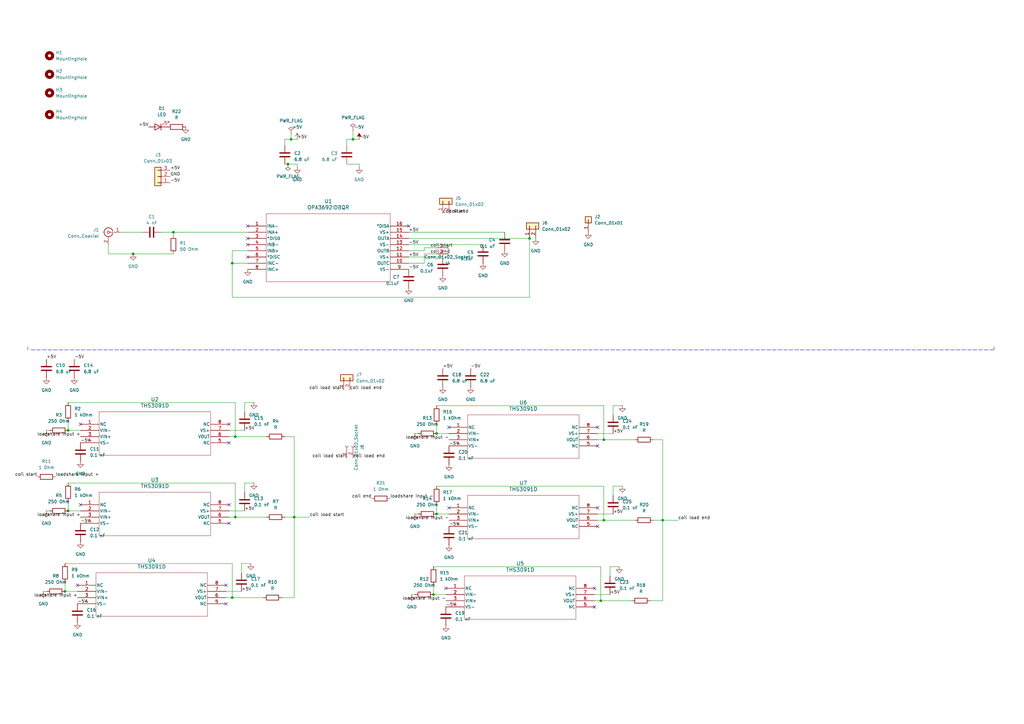
<source format=kicad_sch>
(kicad_sch (version 20231120) (generator "eeschema") (generator_version "8.0")
  (paper "A3")
  (lib_symbols
    (symbol "Conn_Coaxial_1" (pin_names (offset 1.016) hide)
      (property "Reference" "J" (at 0.254 3.048 0))
      (property "Value" "Conn_Coaxial" (at 2.921 0 90))
      (symbol "Conn_Coaxial_1_0_1"
        (arc (start -1.778 -0.508) (mid 0.2311 -1.8066) (end 1.778 0) (stroke (width 0.254)))
        (polyline (pts (xy -2.54 0) (xy -0.508 0)))
        (polyline (pts (xy 0 -2.54) (xy 0 -1.778)))
        (circle (center 0 0) (radius 0.508) (stroke (width 0.2032)))
        (arc (start 1.778 0) (mid 0.2099 1.8101) (end -1.778 0.508) (stroke (width 0.254)))
      )
      (symbol "Conn_Coaxial_1_1_1"
        (pin passive line (at -5.08 0 0) (length 2.54) (name "In") (number "1"))
        (pin passive line (at 0 -5.08 90) (length 2.54) (name "Ext") (number "2"))
      )
    )
    (symbol "Connector:Conn_01x02_Socket" (pin_names (offset 1.016) hide)
      (property "Reference" "J" (at 0 2.54 0))
      (property "Value" "Conn_01x02_Socket" (at 0 -5.08 0))
      (symbol "Conn_01x02_Socket_1_1"
        (arc (start 0 -2.032) (mid -0.5058 -2.54) (end 0 -3.048) (stroke (width 0.1524)))
        (polyline (pts (xy -1.27 -2.54) (xy -0.508 -2.54)) (stroke (width 0.1524)))
        (polyline (pts (xy -1.27 0) (xy -0.508 0)) (stroke (width 0.1524)))
        (arc (start 0 0.508) (mid -0.5058 0) (end 0 -0.508) (stroke (width 0.1524)))
        (pin passive line (at -5.08 0 0) (length 3.81) (name "Pin_1") (number "1"))
        (pin passive line (at -5.08 -2.54 0) (length 3.81) (name "Pin_2") (number "2"))
      )
    )
    (symbol "Connector_Generic:Conn_01x01" (pin_names (offset 1.016) hide)
      (property "Reference" "J" (at 0 2.54 0))
      (property "Value" "Conn_01x01" (at 0 -2.54 0))
      (symbol "Conn_01x01_1_1"
        (rectangle (start -1.27 0.127) (end 0 -0.127) (stroke (width 0.1524)))
        (rectangle (start -1.27 1.27) (end 1.27 -1.27) (stroke (width 0.254)) (fill (type background)))
        (pin passive line (at -5.08 0 0) (length 3.81) (name "Pin_1") (number "1"))
      )
    )
    (symbol "Connector_Generic:Conn_01x02" (pin_names (offset 1.016) hide)
      (property "Reference" "J" (at 0 2.54 0))
      (property "Value" "Conn_01x02" (at 0 -5.08 0))
      (symbol "Conn_01x02_1_1"
        (rectangle (start -1.27 -2.413) (end 0 -2.667) (stroke (width 0.1524)))
        (rectangle (start -1.27 0.127) (end 0 -0.127) (stroke (width 0.1524)))
        (rectangle (start -1.27 1.27) (end 1.27 -3.81) (stroke (width 0.254)) (fill (type background)))
        (pin passive line (at -5.08 0 0) (length 3.81) (name "Pin_1") (number "1"))
        (pin passive line (at -5.08 -2.54 0) (length 3.81) (name "Pin_2") (number "2"))
      )
    )
    (symbol "Connector_Generic:Conn_01x03" (pin_names (offset 1.016) hide)
      (property "Reference" "J" (at 0 5.08 0))
      (property "Value" "Conn_01x03" (at 0 -5.08 0))
      (symbol "Conn_01x03_1_1"
        (rectangle (start -1.27 -2.413) (end 0 -2.667) (stroke (width 0.1524)))
        (rectangle (start -1.27 0.127) (end 0 -0.127) (stroke (width 0.1524)))
        (rectangle (start -1.27 2.667) (end 0 2.413) (stroke (width 0.1524)))
        (rectangle (start -1.27 3.81) (end 1.27 -3.81) (stroke (width 0.254)) (fill (type background)))
        (pin passive line (at -5.08 2.54 0) (length 3.81) (name "Pin_1") (number "1"))
        (pin passive line (at -5.08 0 0) (length 3.81) (name "Pin_2") (number "2"))
        (pin passive line (at -5.08 -2.54 0) (length 3.81) (name "Pin_3") (number "3"))
      )
    )
    (symbol "Device:C" (pin_numbers hide) (pin_names (offset 0.254))
      (property "Reference" "C" (at 0.635 2.54 0))
      (property "Value" "C" (at 0.635 -2.54 0))
      (symbol "C_0_1"
        (polyline (pts (xy -2.032 -0.762) (xy 2.032 -0.762)) (stroke (width 0.508)))
        (polyline (pts (xy -2.032 0.762) (xy 2.032 0.762)) (stroke (width 0.508)))
      )
      (symbol "C_1_1"
        (pin passive line (at 0 3.81 270) (length 2.794) (name "~") (number "1"))
        (pin passive line (at 0 -3.81 90) (length 2.794) (name "~") (number "2"))
      )
    )
    (symbol "Device:LED" (pin_numbers hide) (pin_names (offset 1.016) hide)
      (property "Reference" "D" (at 0 2.54 0))
      (property "Value" "LED" (at 0 -2.54 0))
      (symbol "LED_0_1"
        (polyline (pts (xy -1.27 -1.27) (xy -1.27 1.27)) (stroke (width 0.254)))
        (polyline (pts (xy -1.27 0) (xy 1.27 0)))
        (polyline (pts (xy 1.27 -1.27) (xy 1.27 1.27) (xy -1.27 0) (xy 1.27 -1.27)) (stroke (width 0.254)))
        (polyline (pts (xy -3.048 -0.762) (xy -4.572 -2.286) (xy -3.81 -2.286) (xy -4.572 -2.286) (xy -4.572 -1.524)))
        (polyline (pts (xy -1.778 -0.762) (xy -3.302 -2.286) (xy -2.54 -2.286) (xy -3.302 -2.286) (xy -3.302 -1.524)))
      )
      (symbol "LED_1_1"
        (pin passive line (at -3.81 0 0) (length 2.54) (name "K") (number "1"))
        (pin passive line (at 3.81 0 180) (length 2.54) (name "A") (number "2"))
      )
    )
    (symbol "Device:R" (pin_numbers hide) (pin_names (offset 0))
      (property "Reference" "R" (at 2.032 0 90))
      (property "Value" "R" (at 0 0 90))
      (symbol "R_0_1"
        (rectangle (start -1.016 -2.54) (end 1.016 2.54) (stroke (width 0.254)))
      )
      (symbol "R_1_1"
        (pin passive line (at 0 3.81 270) (length 1.27) (name "~") (number "1"))
        (pin passive line (at 0 -3.81 90) (length 1.27) (name "~") (number "2"))
      )
    )
    (symbol "GND_1" (power) (pin_numbers hide) (pin_names (offset 0) hide)
      (property "Value" "GND" (at 0 -3.81 0))
      (symbol "GND_1_0_1"
        (polyline (pts (xy 0 0) (xy 0 -1.27) (xy 1.27 -1.27) (xy 0 -2.54) (xy -1.27 -1.27) (xy 0 -1.27)))
      )
      (symbol "GND_1_1_1"
        (pin power_in line (at 0 0 270) (length 0) (name "~") (number "1"))
      )
    )
    (symbol "Lactate:OPA3692IDBQR" (pin_names (offset 0.254))
      (property "Reference" "U" (at 33.02 10.16 0))
      (property "Value" "OPA3692IDBQR" (at 33.02 7.62 0))
      (symbol "OPA3692IDBQR_0_1"
        (polyline (pts (xy 7.62 -22.86) (xy 58.42 -22.86)) (stroke (width 0.127)))
        (polyline (pts (xy 7.62 5.08) (xy 7.62 -22.86)) (stroke (width 0.127)))
        (polyline (pts (xy 58.42 -22.86) (xy 58.42 5.08)) (stroke (width 0.127)))
        (polyline (pts (xy 58.42 5.08) (xy 7.62 5.08)) (stroke (width 0.127)))
        (pin input line (at 0 0 0) (length 7.62) (name "INA-") (number "1"))
        (pin output line (at 66.04 -15.24 180) (length 7.62) (name "OUTC") (number "10"))
        (pin power_in line (at 66.04 -12.7 180) (length 7.62) (name "VS+") (number "11"))
        (pin output line (at 66.04 -10.16 180) (length 7.62) (name "OUTB") (number "12"))
        (pin power_in line (at 66.04 -7.62 180) (length 7.62) (name "VS-") (number "13"))
        (pin output line (at 66.04 -5.08 180) (length 7.62) (name "OUTA") (number "14"))
        (pin power_in line (at 66.04 -2.54 180) (length 7.62) (name "VS+") (number "15"))
        (pin unspecified line (at 66.04 0 180) (length 7.62) (name "*DISA") (number "16"))
        (pin input line (at 0 -2.54 0) (length 7.62) (name "INA+") (number "2"))
        (pin unspecified line (at 0 -5.08 0) (length 7.62) (name "*DISB") (number "3"))
        (pin input line (at 0 -7.62 0) (length 7.62) (name "INB-") (number "4"))
        (pin input line (at 0 -10.16 0) (length 7.62) (name "INB+") (number "5"))
        (pin unspecified line (at 0 -12.7 0) (length 7.62) (name "*DISC") (number "6"))
        (pin input line (at 0 -15.24 0) (length 7.62) (name "INC-") (number "7"))
        (pin input line (at 0 -17.78 0) (length 7.62) (name "INC+") (number "8"))
        (pin power_in line (at 66.04 -17.78 180) (length 7.62) (name "VS-") (number "9"))
      )
    )
    (symbol "Mechanical:MountingHole" (pin_names (offset 1.016)) (exclude_from_sim yes) (in_bom no)
      (property "Reference" "H" (at 0 5.08 0))
      (property "Value" "MountingHole" (at 0 3.175 0))
      (symbol "MountingHole_0_1"
        (circle (center 0 0) (radius 1.27) (stroke (width 1.27)))
      )
    )
    (symbol "PWR_FLAG_1" (power) (pin_numbers hide) (pin_names (offset 0) hide)
      (property "Value" "PWR_FLAG" (at 0 3.81 0))
      (symbol "PWR_FLAG_1_0_0"
        (pin power_out line (at 0 0 90) (length 0) (name "~") (number "1"))
      )
      (symbol "PWR_FLAG_1_0_1"
        (polyline (pts (xy 0 0) (xy 0 1.27) (xy -1.016 1.905) (xy 0 2.54) (xy 1.016 1.905) (xy 0 1.27)))
      )
    )
    (symbol "THS3091:THS3091D" (pin_names (offset 0.254))
      (property "Reference" "U" (at 30.48 10.16 0))
      (property "Value" "THS3091D" (at 30.48 7.62 0))
      (symbol "THS3091D_0_1"
        (polyline (pts (xy 7.62 -12.7) (xy 53.34 -12.7)) (stroke (width 0.127)))
        (polyline (pts (xy 7.62 5.08) (xy 7.62 -12.7)) (stroke (width 0.127)))
        (polyline (pts (xy 53.34 -12.7) (xy 53.34 5.08)) (stroke (width 0.127)))
        (polyline (pts (xy 53.34 5.08) (xy 7.62 5.08)) (stroke (width 0.127)))
        (pin unspecified line (at 0 0 0) (length 7.62) (name "NC") (number "1"))
        (pin input line (at 0 -2.54 0) (length 7.62) (name "VIN-") (number "2"))
        (pin input line (at 0 -5.08 0) (length 7.62) (name "VIN+") (number "3"))
        (pin power_in line (at 0 -7.62 0) (length 7.62) (name "VS-") (number "4"))
        (pin unspecified line (at 60.96 -7.62 180) (length 7.62) (name "NC") (number "5"))
        (pin output line (at 60.96 -5.08 180) (length 7.62) (name "VOUT") (number "6"))
        (pin power_in line (at 60.96 -2.54 180) (length 7.62) (name "VS+") (number "7"))
        (pin unspecified line (at 60.96 0 180) (length 7.62) (name "NC") (number "8"))
      )
    )
    (symbol "power:+5V" (power) (pin_numbers hide) (pin_names (offset 0) hide)
      (property "Value" "+5V" (at 0 3.556 0))
      (symbol "+5V_0_1"
        (polyline (pts (xy -0.762 1.27) (xy 0 2.54)))
        (polyline (pts (xy 0 0) (xy 0 2.54)))
        (polyline (pts (xy 0 2.54) (xy 0.762 1.27)))
      )
      (symbol "+5V_1_1"
        (pin power_in line (at 0 0 90) (length 0) (name "~") (number "1"))
      )
    )
    (symbol "power:-5V" (power) (pin_numbers hide) (pin_names (offset 0) hide)
      (property "Value" "-5V" (at 0 3.556 0))
      (symbol "-5V_0_0"
        (pin power_in line (at 0 0 90) (length 0) (name "~") (number "1"))
      )
      (symbol "-5V_0_1"
        (polyline (pts (xy 0 0) (xy 0 1.27) (xy 0.762 1.27) (xy 0 2.54) (xy -0.762 1.27) (xy 0 1.27)) (fill (type outline)))
      )
    )
  )
  (junction (at 247.65 180.34))
  (junction (at 119.38 57.15))
  (junction (at 71.12 95.25))
  (junction (at 27.94 176.53))
  (junction (at 120.65 212.09))
  (junction (at 217.17 97.79))
  (junction (at 118.11 67.31))
  (junction (at 247.65 213.36))
  (junction (at 144.78 57.15))
  (junction (at 179.07 210.82))
  (junction (at 177.8 243.84))
  (junction (at 96.52 212.09))
  (junction (at 246.38 246.38))
  (junction (at 179.07 177.8))
  (junction (at 54.61 104.14))
  (junction (at 271.78 213.36))
  (junction (at 27.94 209.55))
  (junction (at 95.25 245.11))
  (junction (at 95.25 107.95))
  (junction (at 96.52 179.07))
  (junction (at 26.67 242.57))
  (no_connect (at 101.6 100.33))
  (no_connect (at 33.02 173.99))
  (no_connect (at 184.15 175.26))
  (no_connect (at 184.15 208.28))
  (no_connect (at 33.02 207.01))
  (no_connect (at 243.84 248.92))
  (no_connect (at 167.64 92.71))
  (no_connect (at 92.71 247.65))
  (no_connect (at 245.11 208.28))
  (no_connect (at 93.98 207.01))
  (no_connect (at 101.6 105.41))
  (no_connect (at 93.98 181.61))
  (no_connect (at 93.98 173.99))
  (no_connect (at 92.71 240.03))
  (no_connect (at 101.6 97.79))
  (no_connect (at 182.88 241.3))
  (no_connect (at 245.11 175.26))
  (no_connect (at 93.98 214.63))
  (no_connect (at 245.11 182.88))
  (no_connect (at 245.11 215.9))
  (no_connect (at 31.75 240.03))
  (no_connect (at 243.84 241.3))
  (no_connect (at 101.6 92.71))
  (polyline (pts (xy 11.43 142.24) (xy 11.43 143.51)))
  (wire (pts (xy 96.52 212.09) (xy 96.52 198.12)))
  (wire (pts (xy 27.94 176.53) (xy 27.94 172.72)))
  (wire (pts (xy 100.33 198.12) (xy 104.14 198.12)))
  (wire (pts (xy 179.07 210.82) (xy 179.07 207.01)))
  (wire (pts (xy 96.52 179.07) (xy 96.52 165.1)))
  (wire (pts (xy 109.22 212.09) (xy 96.52 212.09)))
  (wire (pts (xy 167.64 97.79) (xy 217.17 97.79)))
  (wire (pts (xy 217.17 121.92) (xy 95.25 121.92)))
  (wire (pts (xy 27.94 209.55) (xy 27.94 205.74)))
  (wire (pts (xy 179.07 199.39) (xy 247.65 199.39)))
  (wire (pts (xy 115.57 245.11) (xy 120.65 245.11)))
  (wire (pts (xy 107.95 245.11) (xy 95.25 245.11)))
  (wire (pts (xy 27.94 198.12) (xy 96.52 198.12)))
  (wire (pts (xy 49.53 95.25) (xy 58.42 95.25)))
  (wire (pts (xy 271.78 213.36) (xy 278.13 213.36)))
  (wire (pts (xy 120.65 179.07) (xy 120.65 212.09)))
  (wire (pts (xy 266.7 246.38) (xy 271.78 246.38)))
  (wire (pts (xy 167.64 105.41) (xy 181.61 105.41)))
  (wire (pts (xy 170.18 177.8) (xy 171.45 177.8)))
  (wire (pts (xy 99.06 234.95) (xy 99.06 231.14)))
  (wire (pts (xy 173.99 101.6) (xy 179.07 101.6)))
  (wire (pts (xy 119.38 54.61) (xy 119.38 57.15)))
  (wire (pts (xy 243.84 243.84) (xy 250.19 243.84)))
  (wire (pts (xy 173.99 102.87) (xy 173.99 101.6)))
  (wire (pts (xy 120.65 212.09) (xy 116.84 212.09)))
  (wire (pts (xy 251.46 203.2) (xy 251.46 199.39)))
  (wire (pts (xy 251.46 166.37) (xy 255.27 166.37)))
  (wire (pts (xy 100.33 165.1) (xy 104.14 165.1)))
  (wire (pts (xy 99.06 231.14) (xy 102.87 231.14)))
  (wire (pts (xy 217.17 97.79) (xy 217.17 121.92)))
  (wire (pts (xy 179.07 166.37) (xy 247.65 166.37)))
  (wire (pts (xy 167.64 107.95) (xy 173.99 107.95)))
  (wire (pts (xy 95.25 107.95) (xy 101.6 107.95)))
  (wire (pts (xy 116.84 67.31) (xy 118.11 67.31)))
  (wire (pts (xy 100.33 168.91) (xy 100.33 165.1)))
  (wire (pts (xy 27.94 165.1) (xy 96.52 165.1)))
  (wire (pts (xy 92.71 242.57) (xy 99.06 242.57)))
  (wire (pts (xy 93.98 176.53) (xy 100.33 176.53)))
  (wire (pts (xy 179.07 104.14) (xy 173.99 104.14)))
  (wire (pts (xy 116.84 59.69) (xy 116.84 57.15)))
  (wire (pts (xy 247.65 180.34) (xy 247.65 166.37)))
  (wire (pts (xy 177.8 232.41) (xy 246.38 232.41)))
  (wire (pts (xy 95.25 107.95) (xy 95.25 102.87)))
  (wire (pts (xy 251.46 199.39) (xy 255.27 199.39)))
  (wire (pts (xy 170.18 210.82) (xy 171.45 210.82)))
  (wire (pts (xy 142.24 67.31) (xy 147.32 67.31)))
  (wire (pts (xy 245.11 180.34) (xy 247.65 180.34)))
  (wire (pts (xy 167.64 102.87) (xy 173.99 102.87)))
  (wire (pts (xy 245.11 210.82) (xy 251.46 210.82)))
  (wire (pts (xy 93.98 212.09) (xy 96.52 212.09)))
  (wire (pts (xy 167.64 95.25) (xy 207.01 95.25)))
  (wire (pts (xy 95.25 121.92) (xy 95.25 107.95)))
  (wire (pts (xy 271.78 180.34) (xy 271.78 213.36)))
  (wire (pts (xy 118.11 67.31) (xy 121.92 67.31)))
  (wire (pts (xy 120.65 245.11) (xy 120.65 212.09)))
  (wire (pts (xy 260.35 180.34) (xy 247.65 180.34)))
  (wire (pts (xy 71.12 95.25) (xy 101.6 95.25)))
  (wire (pts (xy 245.11 177.8) (xy 251.46 177.8)))
  (wire (pts (xy 245.11 213.36) (xy 247.65 213.36)))
  (wire (pts (xy 271.78 213.36) (xy 267.97 213.36)))
  (wire (pts (xy 246.38 246.38) (xy 246.38 232.41)))
  (wire (pts (xy 95.25 245.11) (xy 95.25 231.14)))
  (wire (pts (xy 116.84 57.15) (xy 119.38 57.15)))
  (wire (pts (xy 260.35 213.36) (xy 247.65 213.36)))
  (wire (pts (xy 120.65 212.09) (xy 127 212.09)))
  (polyline (pts (xy 12.7 143.51) (xy 407.67 143.51)) (stroke (width 0) (type dash)))
  (wire (pts (xy 71.12 95.25) (xy 71.12 96.52)))
  (wire (pts (xy 147.32 67.31) (xy 147.32 68.58)))
  (wire (pts (xy 44.45 104.14) (xy 44.45 100.33)))
  (wire (pts (xy 250.19 232.41) (xy 254 232.41)))
  (wire (pts (xy 177.8 243.84) (xy 177.8 240.03)))
  (wire (pts (xy 179.07 177.8) (xy 179.07 173.99)))
  (wire (pts (xy 19.05 176.53) (xy 20.32 176.53)))
  (wire (pts (xy 93.98 209.55) (xy 100.33 209.55)))
  (polyline (pts (xy 407.67 142.24) (xy 407.67 143.51)))
  (wire (pts (xy 26.67 242.57) (xy 26.67 238.76)))
  (wire (pts (xy 144.78 53.34) (xy 144.78 57.15)))
  (wire (pts (xy 250.19 236.22) (xy 250.19 232.41)))
  (wire (pts (xy 31.75 242.57) (xy 26.67 242.57)))
  (wire (pts (xy 267.97 180.34) (xy 271.78 180.34)))
  (wire (pts (xy 109.22 179.07) (xy 96.52 179.07)))
  (wire (pts (xy 33.02 209.55) (xy 27.94 209.55)))
  (wire (pts (xy 142.24 57.15) (xy 144.78 57.15)))
  (wire (pts (xy 44.45 104.14) (xy 54.61 104.14)))
  (wire (pts (xy 144.78 57.15) (xy 147.32 57.15)))
  (wire (pts (xy 184.15 210.82) (xy 179.07 210.82)))
  (wire (pts (xy 167.64 100.33) (xy 198.12 100.33)))
  (wire (pts (xy 33.02 176.53) (xy 27.94 176.53)))
  (wire (pts (xy 243.84 246.38) (xy 246.38 246.38)))
  (wire (pts (xy 121.92 68.58) (xy 121.92 67.31)))
  (wire (pts (xy 66.04 95.25) (xy 71.12 95.25)))
  (wire (pts (xy 247.65 213.36) (xy 247.65 199.39)))
  (wire (pts (xy 251.46 170.18) (xy 251.46 166.37)))
  (wire (pts (xy 26.67 231.14) (xy 95.25 231.14)))
  (wire (pts (xy 184.15 177.8) (xy 179.07 177.8)))
  (wire (pts (xy 17.78 242.57) (xy 19.05 242.57)))
  (wire (pts (xy 259.08 246.38) (xy 246.38 246.38)))
  (wire (pts (xy 182.88 243.84) (xy 177.8 243.84)))
  (wire (pts (xy 173.99 104.14) (xy 173.99 107.95)))
  (wire (pts (xy 271.78 246.38) (xy 271.78 213.36)))
  (wire (pts (xy 142.24 59.69) (xy 142.24 57.15)))
  (wire (pts (xy 119.38 57.15) (xy 121.92 57.15)))
  (wire (pts (xy 54.61 104.14) (xy 71.12 104.14)))
  (wire (pts (xy 95.25 102.87) (xy 101.6 102.87)))
  (wire (pts (xy 100.33 201.93) (xy 100.33 198.12)))
  (wire (pts (xy 168.91 243.84) (xy 170.18 243.84)))
  (wire (pts (xy 19.05 209.55) (xy 20.32 209.55)))
  (wire (pts (xy 92.71 245.11) (xy 95.25 245.11)))
  (wire (pts (xy 116.84 179.07) (xy 120.65 179.07)))
  (wire (pts (xy 93.98 179.07) (xy 96.52 179.07)))
  (label "coil load end" (at 144.78 187.96 0))
  (label "-5V" (at 69.85 74.93 0))
  (label "-5V" (at 147.32 57.15 0))
  (label "-5V" (at 184.15 182.88 0))
  (label "loadshare input -" (at 184.15 180.34 180))
  (label "-5V" (at 33.02 181.61 0))
  (label "coil end" (at 184.15 87.63 0))
  (label "-5V" (at 167.64 100.33 0))
  (label "coil start" (at 15.24 195.58 180))
  (label "coil load end" (at 278.13 213.36 0))
  (label "+5V" (at 99.06 242.57 0))
  (label "loadshare input +" (at 31.75 245.11 180))
  (label "+5V" (at 100.33 176.53 0))
  (label "coil load start" (at 142.24 187.96 180))
  (label "coil end" (at 176.53 104.14 0))
  (label "coil start" (at 176.53 101.6 0))
  (label "-5V" (at 193.04 151.13 0))
  (label "+5V" (at 60.96 52.07 180))
  (label "coil load start" (at 127 212.09 0))
  (label "GND" (at 69.85 72.39 0))
  (label "+5V" (at 121.92 57.15 0))
  (label "-5V" (at 33.02 214.63 0))
  (label "+5V" (at 251.46 210.82 0))
  (label "coil load start" (at 140.97 160.02 180))
  (label "-5V" (at 182.88 248.92 0))
  (label "-5V" (at 31.75 247.65 0))
  (label "loadshare input -" (at 160.02 204.47 0))
  (label "loadshare input +" (at 33.02 212.09 180))
  (label "coil end" (at 152.4 204.47 180))
  (label "+5V" (at 250.19 243.84 0))
  (label "+5V" (at 19.05 147.32 0))
  (label "coil start" (at 181.61 87.63 0))
  (label "-5V" (at 184.15 215.9 0))
  (label "+5V" (at 100.33 209.55 0))
  (label "coil load end" (at 143.51 160.02 0))
  (label "+5V" (at 251.46 177.8 0))
  (label "loadshare input -" (at 182.88 246.38 180))
  (label "+5V" (at 167.64 95.25 0))
  (label "+5V" (at 181.61 151.13 0))
  (label "loadshare input -" (at 184.15 213.36 180))
  (label "-5V" (at 30.48 147.32 0))
  (label "loadshare input +" (at 22.86 195.58 0))
  (label "-5V" (at 167.64 110.49 0))
  (label "+5V" (at 167.64 105.41 0))
  (label "+5V" (at 69.85 69.85 0))
  (label "loadshare input +" (at 33.02 179.07 180))
  (symbol (lib_id "Device:R") (at 156.21 204.47 90) (unit 1)
    (property "Reference" "R21" (at 156.21 198.12 90))
    (property "Value" "1 Ohm" (at 156.21 200.66 90))
    (property "Footprint" "Resistor_SMD:R_0805_2012Metric_Pad1.20x1.40mm_HandSolder" (effects (hide yes)))
    (property "Description" "Resistor" (effects (hide yes)))
  )
  (symbol (lib_id "Device:R") (at 27.94 168.91 0) (unit 1)
    (property "Reference" "R2" (at 30.48 167.6399 0) (effects (justify left)))
    (property "Value" "1 kOhm" (at 30.48 170.1799 0) (effects (justify left)))
    (property "Footprint" "Resistor_SMD:R_0805_2012Metric_Pad1.20x1.40mm_HandSolder" (effects (hide yes)))
    (property "Description" "Resistor" (effects (hide yes)))
  )
  (symbol (lib_id "Device:R") (at 262.89 246.38 90) (unit 1)
    (property "Reference" "R18" (at 262.89 240.03 90))
    (property "Value" "R" (at 262.89 242.57 90))
    (property "Footprint" "Resistor_SMD:R_0805_2012Metric_Pad1.20x1.40mm_HandSolder" (effects (hide yes)))
    (property "Description" "Resistor" (effects (hide yes)))
  )
  (symbol (lib_name "GND_1") (lib_id "power:GND") (at 254 232.41 0) (unit 1)
    (property "Reference" "#PWR031" (effects (hide yes)))
    (property "Value" "GND" (at 254 237.49 0))
    (property "Description" "Power symbol creates a global label with name \"GND\" , ground" (effects (hide yes)))
  )
  (symbol (lib_id "Device:R") (at 173.99 243.84 90) (unit 1)
    (property "Reference" "R12" (at 173.99 237.49 90))
    (property "Value" "250 Ohm" (at 173.99 240.03 90))
    (property "Footprint" "Resistor_SMD:R_0805_2012Metric_Pad1.20x1.40mm_HandSolder" (effects (hide yes)))
    (property "Description" "Resistor" (effects (hide yes)))
  )
  (symbol (lib_name "GND_1") (lib_id "power:GND") (at 104.14 198.12 0) (unit 1)
    (property "Reference" "#PWR018" (effects (hide yes)))
    (property "Value" "GND" (at 104.14 203.2 0))
    (property "Description" "Power symbol creates a global label with name \"GND\" , ground" (effects (hide yes)))
  )
  (symbol (lib_id "Connector:Conn_01x02_Socket") (at 184.15 101.6 0) (unit 1)
    (property "Reference" "J4" (at 183.515 107.95 0))
    (property "Value" "Conn_01x02_Socket" (at 183.515 105.41 0))
    (property "Footprint" "Connector_PinSocket_2.54mm:PinSocket_1x02_P2.54mm_Vertical" (effects (hide yes)))
  )
  (symbol (lib_id "Device:C") (at 251.46 173.99 0) (unit 1)
    (property "Reference" "C24" (at 255.27 172.7199 0) (effects (justify left)))
    (property "Value" "0.1 nF" (at 255.27 175.2599 0) (effects (justify left)))
    (property "Footprint" "Capacitor_SMD:C_0805_2012Metric_Pad1.18x1.45mm_HandSolder" (effects (hide yes)))
    (property "Description" "Unpolarized capacitor" (effects (hide yes)))
  )
  (symbol (lib_id "Mechanical:MountingHole") (at 20.32 46.99 0) (unit 1) (exclude_from_sim yes) (in_bom no)
    (property "Reference" "H4" (at 22.86 45.7199 0) (effects (justify left)))
    (property "Value" "MountingHole" (at 22.86 48.2599 0) (effects (justify left)))
    (property "Footprint" "MountingHole:MountingHole_3.2mm_M3_Pad" (effects (hide yes)))
    (property "Description" "Mounting Hole without connection" (effects (hide yes)))
  )
  (symbol (lib_name "GND_1") (lib_id "power:GND") (at 54.61 104.14 0) (unit 1)
    (property "Reference" "#PWR011" (effects (hide yes)))
    (property "Value" "GND" (at 54.61 109.22 0))
    (property "Description" "Power symbol creates a global label with name \"GND\" , ground" (effects (hide yes)))
  )
  (symbol (lib_id "power:+5V") (at 121.92 57.15 0) (unit 1)
    (property "Reference" "#PWR03" (effects (hide yes)))
    (property "Value" "+5V" (at 121.92 52.07 0))
    (property "Description" "Power symbol creates a global label with name \"+5V\"" (effects (hide yes)))
  )
  (symbol (lib_id "Connector_Generic:Conn_01x01") (at 241.3 90.17 90) (unit 1)
    (property "Reference" "J2" (at 243.84 88.8999 90) (effects (justify right)))
    (property "Value" "Conn_01x01" (at 243.84 91.4399 90) (effects (justify right)))
    (property "Footprint" "Connector_PinHeader_2.54mm:PinHeader_1x01_P2.54mm_Vertical" (effects (hide yes)))
    (property "Description" "Generic connector, single row, 01x01, script generated (kicad-library-utils/schlib/autogen/connector/)" (effects (hide yes)))
  )
  (symbol (lib_id "Device:C") (at 182.88 252.73 0) (unit 1)
    (property "Reference" "C19" (at 186.69 251.4599 0) (effects (justify left)))
    (property "Value" "0.1 nF" (at 186.69 253.9999 0) (effects (justify left)))
    (property "Footprint" "Capacitor_SMD:C_0805_2012Metric_Pad1.18x1.45mm_HandSolder" (effects (hide yes)))
    (property "Description" "Unpolarized capacitor" (effects (hide yes)))
  )
  (symbol (lib_id "Device:C") (at 33.02 218.44 0) (unit 1)
    (property "Reference" "C12" (at 36.83 217.1699 0) (effects (justify left)))
    (property "Value" "0.1 nF" (at 36.83 219.7099 0) (effects (justify left)))
    (property "Footprint" "Capacitor_SMD:C_0805_2012Metric_Pad1.18x1.45mm_HandSolder" (effects (hide yes)))
    (property "Description" "Unpolarized capacitor" (effects (hide yes)))
  )
  (symbol (lib_id "Device:R") (at 27.94 201.93 0) (unit 1)
    (property "Reference" "R6" (at 30.48 200.6599 0) (effects (justify left)))
    (property "Value" "1 kOhm" (at 30.48 203.1999 0) (effects (justify left)))
    (property "Footprint" "Resistor_SMD:R_0805_2012Metric_Pad1.20x1.40mm_HandSolder" (effects (hide yes)))
    (property "Description" "Resistor" (effects (hide yes)))
  )
  (symbol (lib_id "Device:C") (at 167.64 114.3 0) (mirror x) (unit 1)
    (property "Reference" "C7" (at 163.83 113.665 0) (effects (justify right)))
    (property "Value" "0.1uF" (at 163.83 116.205 0) (effects (justify right)))
    (property "Footprint" "Capacitor_SMD:C_0805_2012Metric_Pad1.18x1.45mm_HandSolder" (effects (hide yes)))
  )
  (symbol (lib_id "Device:C") (at 142.24 63.5 0) (mirror x) (unit 1)
    (property "Reference" "C3" (at 138.43 62.865 0) (effects (justify right)))
    (property "Value" "6.8 uF" (at 138.43 65.405 0) (effects (justify right)))
    (property "Footprint" "Capacitor_SMD:C_0805_2012Metric_Pad1.18x1.45mm_HandSolder" (effects (hide yes)))
  )
  (symbol (lib_id "Connector:Conn_01x02_Socket") (at 142.24 182.88 90) (unit 1)
    (property "Reference" "J8" (at 148.59 183.515 0))
    (property "Value" "Conn_01x02_Socket" (at 146.05 183.515 0))
    (property "Footprint" "Connector_PinSocket_2.54mm:PinSocket_1x02_P2.54mm_Vertical" (effects (hide yes)))
  )
  (symbol (lib_name "GND_1") (lib_id "power:GND") (at 101.6 110.49 0) (unit 1)
    (property "Reference" "#PWR01" (effects (hide yes)))
    (property "Value" "GND" (at 101.6 115.57 0))
    (property "Description" "Power symbol creates a global label with name \"GND\" , ground" (effects (hide yes)))
  )
  (symbol (lib_name "GND_1") (lib_id "power:GND") (at 168.91 243.84 0) (unit 1)
    (property "Reference" "#PWR025" (effects (hide yes)))
    (property "Value" "GND" (at 168.91 248.92 0))
    (property "Description" "Power symbol creates a global label with name \"GND\" , ground" (effects (hide yes)))
  )
  (symbol (lib_id "THS3091:THS3091D") (at 33.02 207.01 0) (unit 1)
    (property "Reference" "U3" (at 63.5 196.85 0) (effects (font (size 1.524 1.524))))
    (property "Value" "THS3091D" (at 63.5 199.39 0) (effects (font (size 1.524 1.524))))
    (property "Footprint" "THS3091DDR:DDA8_2P28X2P28" (effects (hide yes)))
    (property "Datasheet" "THS3091D" (effects (hide yes)))
  )
  (symbol (lib_name "GND_1") (lib_id "power:GND") (at 182.88 256.54 0) (unit 1)
    (property "Reference" "#PWR028" (effects (hide yes)))
    (property "Value" "GND" (at 182.88 261.62 0))
    (property "Description" "Power symbol creates a global label with name \"GND\" , ground" (effects (hide yes)))
  )
  (symbol (lib_name "GND_1") (lib_id "power:GND") (at 147.32 68.58 0) (unit 1)
    (property "Reference" "#PWR06" (effects (hide yes)))
    (property "Value" "GND" (at 147.32 73.66 0))
    (property "Description" "Power symbol creates a global label with name \"GND\" , ground" (effects (hide yes)))
  )
  (symbol (lib_name "GND_1") (lib_id "power:GND") (at 170.18 177.8 0) (unit 1)
    (property "Reference" "#PWR026" (effects (hide yes)))
    (property "Value" "GND" (at 170.18 182.88 0))
    (property "Description" "Power symbol creates a global label with name \"GND\" , ground" (effects (hide yes)))
  )
  (symbol (lib_id "THS3091:THS3091D") (at 184.15 208.28 0) (unit 1)
    (property "Reference" "U7" (at 214.63 198.12 0) (effects (font (size 1.524 1.524))))
    (property "Value" "THS3091D" (at 214.63 200.66 0) (effects (font (size 1.524 1.524))))
    (property "Footprint" "THS3091DDR:DDA8_2P28X2P28" (effects (hide yes)))
    (property "Datasheet" "THS3091D" (effects (hide yes)))
  )
  (symbol (lib_id "Connector_Generic:Conn_01x02") (at 217.17 92.71 90) (unit 1)
    (property "Reference" "J6" (at 222.25 91.4399 90) (effects (justify right)))
    (property "Value" "Conn_01x02" (at 222.25 93.9799 90) (effects (justify right)))
    (property "Footprint" "Connector_PinHeader_2.54mm:PinHeader_1x02_P2.54mm_Vertical" (effects (hide yes)))
    (property "Description" "Generic connector, single row, 01x02, script generated (kicad-library-utils/schlib/autogen/connector/)" (effects (hide yes)))
  )
  (symbol (lib_id "Device:C") (at 31.75 251.46 0) (unit 1)
    (property "Reference" "C16" (at 35.56 250.1899 0) (effects (justify left)))
    (property "Value" "0.1 nF" (at 35.56 252.7299 0) (effects (justify left)))
    (property "Footprint" "Capacitor_SMD:C_0805_2012Metric_Pad1.18x1.45mm_HandSolder" (effects (hide yes)))
    (property "Description" "Unpolarized capacitor" (effects (hide yes)))
  )
  (symbol (lib_id "Device:R") (at 22.86 242.57 90) (unit 1)
    (property "Reference" "R8" (at 22.86 236.22 90))
    (property "Value" "250 Ohm" (at 22.86 238.76 90))
    (property "Footprint" "Resistor_SMD:R_0805_2012Metric_Pad1.20x1.40mm_HandSolder" (effects (hide yes)))
    (property "Description" "Resistor" (effects (hide yes)))
  )
  (symbol (lib_id "Device:R") (at 19.05 195.58 90) (unit 1)
    (property "Reference" "R11" (at 19.05 189.23 90))
    (property "Value" "1 Ohm" (at 19.05 191.77 90))
    (property "Footprint" "Resistor_SMD:R_0805_2012Metric_Pad1.20x1.40mm_HandSolder" (effects (hide yes)))
    (property "Description" "Resistor" (effects (hide yes)))
  )
  (symbol (lib_id "Device:R") (at 111.76 245.11 90) (unit 1)
    (property "Reference" "R10" (at 111.76 238.76 90))
    (property "Value" "R" (at 111.76 241.3 90))
    (property "Footprint" "Resistor_SMD:R_0805_2012Metric_Pad1.20x1.40mm_HandSolder" (effects (hide yes)))
    (property "Description" "Resistor" (effects (hide yes)))
  )
  (symbol (lib_name "PWR_FLAG_1") (lib_id "power:PWR_FLAG") (at 119.38 54.61 0) (unit 1)
    (property "Reference" "#FLG01" (effects (hide yes)))
    (property "Value" "PWR_FLAG" (at 119.38 49.53 0))
    (property "Description" "Special symbol for telling ERC where power comes from" (effects (hide yes)))
  )
  (symbol (lib_id "Device:R") (at 71.12 100.33 0) (unit 1)
    (property "Reference" "R1" (at 73.66 99.695 0) (effects (justify left)))
    (property "Value" "50 Ohm" (at 73.66 102.235 0) (effects (justify left)))
    (property "Footprint" "Resistor_SMD:R_0805_2012Metric_Pad1.20x1.40mm_HandSolder" (effects (hide yes)))
  )
  (symbol (lib_id "Device:C") (at 62.23 95.25 90) (unit 1)
    (property "Reference" "C1" (at 62.23 88.9 90))
    (property "Value" "4 nF" (at 62.23 91.44 90))
    (property "Footprint" "Capacitor_SMD:C_0805_2012Metric_Pad1.18x1.45mm_HandSolder" (effects (hide yes)))
  )
  (symbol (lib_id "Device:C") (at 33.02 185.42 0) (unit 1)
    (property "Reference" "C11" (at 36.83 184.1499 0) (effects (justify left)))
    (property "Value" "0.1 nF" (at 36.83 186.6899 0) (effects (justify left)))
    (property "Footprint" "Capacitor_SMD:C_0805_2012Metric_Pad1.18x1.45mm_HandSolder" (effects (hide yes)))
    (property "Description" "Unpolarized capacitor" (effects (hide yes)))
  )
  (symbol (lib_name "GND_1") (lib_id "power:GND") (at 167.64 118.11 0) (unit 1)
    (property "Reference" "#PWR09" (effects (hide yes)))
    (property "Value" "GND" (at 167.64 123.19 0))
    (property "Description" "Power symbol creates a global label with name \"GND\" , ground" (effects (hide yes)))
  )
  (symbol (lib_id "Device:C") (at 181.61 109.22 0) (mirror x) (unit 1)
    (property "Reference" "C6" (at 177.8 108.585 0) (effects (justify right)))
    (property "Value" "0.1uF" (at 177.8 111.125 0) (effects (justify right)))
    (property "Footprint" "Capacitor_SMD:C_0805_2012Metric_Pad1.18x1.45mm_HandSolder" (effects (hide yes)))
  )
  (symbol (lib_id "Device:R") (at 264.16 180.34 90) (unit 1)
    (property "Reference" "R19" (at 264.16 173.99 90))
    (property "Value" "R" (at 264.16 176.53 90))
    (property "Footprint" "Resistor_SMD:R_0805_2012Metric_Pad1.20x1.40mm_HandSolder" (effects (hide yes)))
    (property "Description" "Resistor" (effects (hide yes)))
  )
  (symbol (lib_id "Connector_Generic:Conn_01x03") (at 64.77 72.39 180) (unit 1)
    (property "Reference" "J3" (at 64.77 63.5 0))
    (property "Value" "Conn_01x03" (at 64.77 66.04 0))
    (property "Footprint" "Connector_PinHeader_2.54mm:PinHeader_1x03_P2.54mm_Vertical" (effects (hide yes)))
    (property "Description" "Generic connector, single row, 01x03, script generated (kicad-library-utils/schlib/autogen/connector/)" (effects (hide yes)))
  )
  (symbol (lib_name "GND_1") (lib_id "power:GND") (at 181.61 158.75 0) (unit 1)
    (property "Reference" "#PWR020" (effects (hide yes)))
    (property "Value" "GND" (at 181.61 163.83 0))
    (property "Description" "Power symbol creates a global label with name \"GND\" , ground" (effects (hide yes)))
  )
  (symbol (lib_id "Device:C") (at 193.04 154.94 0) (unit 1)
    (property "Reference" "C22" (at 196.85 153.6699 0) (effects (justify left)))
    (property "Value" "6.8 uF" (at 196.85 156.2099 0) (effects (justify left)))
    (property "Footprint" "Capacitor_SMD:C_0805_2012Metric_Pad1.18x1.45mm_HandSolder" (effects (hide yes)))
    (property "Description" "Unpolarized capacitor" (effects (hide yes)))
  )
  (symbol (lib_id "Device:R") (at 179.07 203.2 0) (unit 1)
    (property "Reference" "R17" (at 181.61 201.9299 0) (effects (justify left)))
    (property "Value" "1 kOhm" (at 181.61 204.4699 0) (effects (justify left)))
    (property "Footprint" "Resistor_SMD:R_0805_2012Metric_Pad1.20x1.40mm_HandSolder" (effects (hide yes)))
    (property "Description" "Resistor" (effects (hide yes)))
  )
  (symbol (lib_id "Mechanical:MountingHole") (at 20.32 22.86 0) (unit 1) (exclude_from_sim yes) (in_bom no)
    (property "Reference" "H1" (at 22.86 21.5899 0) (effects (justify left)))
    (property "Value" "MountingHole" (at 22.86 24.1299 0) (effects (justify left)))
    (property "Footprint" "MountingHole:MountingHole_3.2mm_M3_Pad" (effects (hide yes)))
    (property "Description" "Mounting Hole without connection" (effects (hide yes)))
  )
  (symbol (lib_name "GND_1") (lib_id "power:GND") (at 33.02 189.23 0) (unit 1)
    (property "Reference" "#PWR012" (effects (hide yes)))
    (property "Value" "GND" (at 33.02 194.31 0))
    (property "Description" "Power symbol creates a global label with name \"GND\" , ground" (effects (hide yes)))
  )
  (symbol (lib_name "GND_1") (lib_id "power:GND") (at 255.27 199.39 0) (unit 1)
    (property "Reference" "#PWR033" (effects (hide yes)))
    (property "Value" "GND" (at 255.27 204.47 0))
    (property "Description" "Power symbol creates a global label with name \"GND\" , ground" (effects (hide yes)))
  )
  (symbol (lib_name "GND_1") (lib_id "power:GND") (at 76.2 52.07 0) (unit 1)
    (property "Reference" "#PWR035" (effects (hide yes)))
    (property "Value" "GND" (at 76.2 57.15 0))
    (property "Description" "Power symbol creates a global label with name \"GND\" , ground" (effects (hide yes)))
  )
  (symbol (lib_id "power:-5V") (at 147.32 57.15 0) (unit 1)
    (property "Reference" "#PWR05" (effects (hide yes)))
    (property "Value" "-5V" (at 147.32 52.07 0))
    (property "Description" "Power symbol creates a global label with name \"-5V\"" (effects (hide yes)))
  )
  (symbol (lib_name "GND_1") (lib_id "power:GND") (at 193.04 158.75 0) (unit 1)
    (property "Reference" "#PWR024" (effects (hide yes)))
    (property "Value" "GND" (at 193.04 163.83 0))
    (property "Description" "Power symbol creates a global label with name \"GND\" , ground" (effects (hide yes)))
  )
  (symbol (lib_name "GND_1") (lib_id "power:GND") (at 198.12 107.95 0) (unit 1)
    (property "Reference" "#PWR07" (effects (hide yes)))
    (property "Value" "GND" (at 198.12 113.03 0))
    (property "Description" "Power symbol creates a global label with name \"GND\" , ground" (effects (hide yes)))
  )
  (symbol (lib_name "GND_1") (lib_id "power:GND") (at 184.15 190.5 0) (unit 1)
    (property "Reference" "#PWR029" (effects (hide yes)))
    (property "Value" "GND" (at 184.15 195.58 0))
    (property "Description" "Power symbol creates a global label with name \"GND\" , ground" (effects (hide yes)))
  )
  (symbol (lib_id "Device:C") (at 100.33 172.72 0) (unit 1)
    (property "Reference" "C15" (at 104.14 171.4499 0) (effects (justify left)))
    (property "Value" "0.1 nF" (at 104.14 173.9899 0) (effects (justify left)))
    (property "Footprint" "Capacitor_SMD:C_0805_2012Metric_Pad1.18x1.45mm_HandSolder" (effects (hide yes)))
    (property "Description" "Unpolarized capacitor" (effects (hide yes)))
  )
  (symbol (lib_id "Device:R") (at 175.26 177.8 90) (unit 1)
    (property "Reference" "R13" (at 175.26 171.45 90))
    (property "Value" "250 Ohm" (at 175.26 173.99 90))
    (property "Footprint" "Resistor_SMD:R_0805_2012Metric_Pad1.20x1.40mm_HandSolder" (effects (hide yes)))
    (property "Description" "Resistor" (effects (hide yes)))
  )
  (symbol (lib_id "Device:R") (at 24.13 209.55 90) (unit 1)
    (property "Reference" "R5" (at 24.13 203.2 90))
    (property "Value" "250 Ohm" (at 24.13 205.74 90))
    (property "Footprint" "Resistor_SMD:R_0805_2012Metric_Pad1.20x1.40mm_HandSolder" (effects (hide yes)))
    (property "Description" "Resistor" (effects (hide yes)))
  )
  (symbol (lib_id "Connector_Generic:Conn_01x02") (at 140.97 154.94 90) (unit 1)
    (property "Reference" "J7" (at 146.05 153.6699 90) (effects (justify right)))
    (property "Value" "Conn_01x02" (at 146.05 156.2099 90) (effects (justify right)))
    (property "Footprint" "Connector_PinHeader_2.54mm:PinHeader_1x02_P2.54mm_Vertical" (effects (hide yes)))
    (property "Description" "Generic connector, single row, 01x02, script generated (kicad-library-utils/schlib/autogen/connector/)" (effects (hide yes)))
  )
  (symbol (lib_id "Device:C") (at 184.15 186.69 0) (unit 1)
    (property "Reference" "C20" (at 187.96 185.4199 0) (effects (justify left)))
    (property "Value" "0.1 nF" (at 187.96 187.9599 0) (effects (justify left)))
    (property "Footprint" "Capacitor_SMD:C_0805_2012Metric_Pad1.18x1.45mm_HandSolder" (effects (hide yes)))
    (property "Description" "Unpolarized capacitor" (effects (hide yes)))
  )
  (symbol (lib_name "GND_1") (lib_id "power:GND") (at 219.71 97.79 0) (unit 1)
    (property "Reference" "#PWR023" (effects (hide yes)))
    (property "Value" "GND" (at 219.71 102.87 0))
    (property "Description" "Power symbol creates a global label with name \"GND\" , ground" (effects (hide yes)))
  )
  (symbol (lib_id "Device:C") (at 30.48 151.13 0) (unit 1)
    (property "Reference" "C14" (at 34.29 149.8599 0) (effects (justify left)))
    (property "Value" "6.8 uF" (at 34.29 152.3999 0) (effects (justify left)))
    (property "Footprint" "Capacitor_SMD:C_0805_2012Metric_Pad1.18x1.45mm_HandSolder" (effects (hide yes)))
    (property "Description" "Unpolarized capacitor" (effects (hide yes)))
  )
  (symbol (lib_id "Device:R") (at 113.03 212.09 90) (unit 1)
    (property "Reference" "R7" (at 113.03 205.74 90))
    (property "Value" "R" (at 113.03 208.28 90))
    (property "Footprint" "Resistor_SMD:R_0805_2012Metric_Pad1.20x1.40mm_HandSolder" (effects (hide yes)))
    (property "Description" "Resistor" (effects (hide yes)))
  )
  (symbol (lib_id "Device:LED") (at 64.77 52.07 180) (unit 1)
    (property "Reference" "D1" (at 66.3575 44.45 0))
    (property "Value" "LED" (at 66.3575 46.99 0))
    (property "Footprint" "LED_SMD:LED_0805_2012Metric_Pad1.15x1.40mm_HandSolder" (effects (hide yes)))
    (property "Description" "Light emitting diode" (effects (hide yes)))
  )
  (symbol (lib_id "THS3091:THS3091D") (at 33.02 173.99 0) (unit 1)
    (property "Reference" "U2" (at 63.5 163.83 0) (effects (font (size 1.524 1.524))))
    (property "Value" "THS3091D" (at 63.5 166.37 0) (effects (font (size 1.524 1.524))))
    (property "Footprint" "THS3091DDR:DDA8_2P28X2P28" (effects (hide yes)))
    (property "Datasheet" "THS3091D" (effects (hide yes)))
  )
  (symbol (lib_name "GND_1") (lib_id "power:GND") (at 170.18 210.82 0) (unit 1)
    (property "Reference" "#PWR027" (effects (hide yes)))
    (property "Value" "GND" (at 170.18 215.9 0))
    (property "Description" "Power symbol creates a global label with name \"GND\" , ground" (effects (hide yes)))
  )
  (symbol (lib_id "THS3091:THS3091D") (at 31.75 240.03 0) (unit 1)
    (property "Reference" "U4" (at 62.23 229.87 0) (effects (font (size 1.524 1.524))))
    (property "Value" "THS3091D" (at 62.23 232.41 0) (effects (font (size 1.524 1.524))))
    (property "Footprint" "THS3091DDR:DDA8_2P28X2P28" (effects (hide yes)))
    (property "Datasheet" "THS3091D" (effects (hide yes)))
  )
  (symbol (lib_id "Device:C") (at 100.33 205.74 0) (unit 1)
    (property "Reference" "C13" (at 104.14 204.4699 0) (effects (justify left)))
    (property "Value" "0.1 nF" (at 104.14 207.0099 0) (effects (justify left)))
    (property "Footprint" "Capacitor_SMD:C_0805_2012Metric_Pad1.18x1.45mm_HandSolder" (effects (hide yes)))
    (property "Description" "Unpolarized capacitor" (effects (hide yes)))
  )
  (symbol (lib_name "GND_1") (lib_id "power:GND") (at 104.14 165.1 0) (unit 1)
    (property "Reference" "#PWR016" (effects (hide yes)))
    (property "Value" "GND" (at 104.14 170.18 0))
    (property "Description" "Power symbol creates a global label with name \"GND\" , ground" (effects (hide yes)))
  )
  (symbol (lib_name "GND_1") (lib_id "power:GND") (at 31.75 255.27 0) (unit 1)
    (property "Reference" "#PWR021" (effects (hide yes)))
    (property "Value" "GND" (at 31.75 260.35 0))
    (property "Description" "Power symbol creates a global label with name \"GND\" , ground" (effects (hide yes)))
  )
  (symbol (lib_id "Lactate:OPA3692IDBQR") (at 101.6 92.71 0) (unit 1)
    (property "Reference" "U1" (at 134.62 82.55 0) (effects (font (size 1.524 1.524))))
    (property "Value" "OPA3692IDBQR" (at 134.62 85.09 0) (effects (font (size 1.524 1.524))))
    (property "Footprint" "Opa3962:DBQ16" (effects (hide yes)))
    (property "Datasheet" "OPA3692IDBQR" (effects (hide yes)))
  )
  (symbol (lib_name "Conn_Coaxial_1") (lib_id "Connector:Conn_Coaxial") (at 44.45 95.25 0) (mirror y) (unit 1)
    (property "Reference" "J1" (at 40.64 94.2731 0) (effects (justify left)))
    (property "Value" "Conn_Coaxial" (at 40.64 96.8131 0) (effects (justify left)))
    (property "Footprint" "Amphenol 112404:CONN_112404_AMP" (effects (hide yes)))
    (property "Datasheet" " ~" (effects (hide yes)))
    (property "Description" "coaxial connector (BNC, SMA, SMB, SMC, Cinch/RCA, LEMO, ...)" (effects (hide yes)))
  )
  (symbol (lib_id "THS3091:THS3091D") (at 184.15 175.26 0) (unit 1)
    (property "Reference" "U6" (at 214.63 165.1 0) (effects (font (size 1.524 1.524))))
    (property "Value" "THS3091D" (at 214.63 167.64 0) (effects (font (size 1.524 1.524))))
    (property "Footprint" "THS3091DDR:DDA8_2P28X2P28" (effects (hide yes)))
    (property "Datasheet" "THS3091D" (effects (hide yes)))
  )
  (symbol (lib_name "GND_1") (lib_id "power:GND") (at 30.48 154.94 0) (unit 1)
    (property "Reference" "#PWR015" (effects (hide yes)))
    (property "Value" "GND" (at 30.48 160.02 0))
    (property "Description" "Power symbol creates a global label with name \"GND\" , ground" (effects (hide yes)))
  )
  (symbol (lib_id "Device:C") (at 207.01 99.06 0) (mirror x) (unit 1)
    (property "Reference" "C4" (at 203.2 98.425 0) (effects (justify right)))
    (property "Value" "0.1 uF" (at 203.2 100.965 0) (effects (justify right)))
    (property "Footprint" "Capacitor_SMD:C_0805_2012Metric_Pad1.18x1.45mm_HandSolder" (effects (hide yes)))
  )
  (symbol (lib_name "GND_1") (lib_id "power:GND") (at 181.61 113.03 0) (unit 1)
    (property "Reference" "#PWR08" (effects (hide yes)))
    (property "Value" "GND" (at 181.61 118.11 0))
    (property "Description" "Power symbol creates a global label with name \"GND\" , ground" (effects (hide yes)))
  )
  (symbol (lib_id "Connector_Generic:Conn_01x02") (at 181.61 82.55 90) (unit 1)
    (property "Reference" "J5" (at 186.69 81.2799 90) (effects (justify right)))
    (property "Value" "Conn_01x02" (at 186.69 83.8199 90) (effects (justify right)))
    (property "Footprint" "Connector_PinHeader_2.54mm:PinHeader_1x02_P2.54mm_Vertical" (effects (hide yes)))
    (property "Description" "Generic connector, single row, 01x02, script generated (kicad-library-utils/schlib/autogen/connector/)" (effects (hide yes)))
  )
  (symbol (lib_id "Device:C") (at 251.46 207.01 0) (unit 1)
    (property "Reference" "C25" (at 255.27 205.7399 0) (effects (justify left)))
    (property "Value" "0.1 nF" (at 255.27 208.2799 0) (effects (justify left)))
    (property "Footprint" "Capacitor_SMD:C_0805_2012Metric_Pad1.18x1.45mm_HandSolder" (effects (hide yes)))
    (property "Description" "Unpolarized capacitor" (effects (hide yes)))
  )
  (symbol (lib_name "GND_1") (lib_id "power:GND") (at 19.05 154.94 0) (unit 1)
    (property "Reference" "#PWR010" (effects (hide yes)))
    (property "Value" "GND" (at 19.05 160.02 0))
    (property "Description" "Power symbol creates a global label with name \"GND\" , ground" (effects (hide yes)))
  )
  (symbol (lib_id "Device:R") (at 177.8 236.22 0) (unit 1)
    (property "Reference" "R15" (at 180.34 234.9499 0) (effects (justify left)))
    (property "Value" "1 kOhm" (at 180.34 237.4899 0) (effects (justify left)))
    (property "Footprint" "Resistor_SMD:R_0805_2012Metric_Pad1.20x1.40mm_HandSolder" (effects (hide yes)))
    (property "Description" "Resistor" (effects (hide yes)))
  )
  (symbol (lib_id "Mechanical:MountingHole") (at 20.32 30.48 0) (unit 1) (exclude_from_sim yes) (in_bom no)
    (property "Reference" "H2" (at 22.86 29.2099 0) (effects (justify left)))
    (property "Value" "MountingHole" (at 22.86 31.7499 0) (effects (justify left)))
    (property "Footprint" "MountingHole:MountingHole_3.2mm_M3_Pad" (effects (hide yes)))
    (property "Description" "Mounting Hole without connection" (effects (hide yes)))
  )
  (symbol (lib_name "GND_1") (lib_id "power:GND") (at 17.78 242.57 0) (unit 1)
    (property "Reference" "#PWR019" (effects (hide yes)))
    (property "Value" "GND" (at 17.78 247.65 0))
    (property "Description" "Power symbol creates a global label with name \"GND\" , ground" (effects (hide yes)))
  )
  (symbol (lib_id "Device:R") (at 179.07 170.18 0) (unit 1)
    (property "Reference" "R16" (at 181.61 168.9099 0) (effects (justify left)))
    (property "Value" "1 kOhm" (at 181.61 171.4499 0) (effects (justify left)))
    (property "Footprint" "Resistor_SMD:R_0805_2012Metric_Pad1.20x1.40mm_HandSolder" (effects (hide yes)))
    (property "Description" "Resistor" (effects (hide yes)))
  )
  (symbol (lib_id "Device:R") (at 72.39 52.07 90) (unit 1)
    (property "Reference" "R22" (at 72.39 45.72 90))
    (property "Value" "R" (at 72.39 48.26 90))
    (property "Footprint" "Resistor_SMD:R_0805_2012Metric_Pad1.20x1.40mm_HandSolder" (effects (hide yes)))
    (property "Description" "Resistor" (effects (hide yes)))
  )
  (symbol (lib_id "Device:C") (at 198.12 104.14 0) (mirror x) (unit 1)
    (property "Reference" "C5" (at 194.31 103.505 0) (effects (justify right)))
    (property "Value" "0.1uF" (at 194.31 106.045 0) (effects (justify right)))
    (property "Footprint" "Capacitor_SMD:C_0805_2012Metric_Pad1.18x1.45mm_HandSolder" (effects (hide yes)))
  )
  (symbol (lib_name "PWR_FLAG_1") (lib_id "power:PWR_FLAG") (at 144.78 53.34 0) (unit 1)
    (property "Reference" "#FLG03" (effects (hide yes)))
    (property "Value" "PWR_FLAG" (at 144.78 48.26 0))
    (property "Description" "Special symbol for telling ERC where power comes from" (effects (hide yes)))
  )
  (symbol (lib_id "Device:C") (at 116.84 63.5 180) (unit 1)
    (property "Reference" "C2" (at 120.65 62.865 0) (effects (justify right)))
    (property "Value" "6.8 uF" (at 120.65 65.405 0) (effects (justify right)))
    (property "Footprint" "Capacitor_SMD:C_0805_2012Metric_Pad1.18x1.45mm_HandSolder" (effects (hide yes)))
  )
  (symbol (lib_name "PWR_FLAG_1") (lib_id "power:PWR_FLAG") (at 118.11 67.31 180) (unit 1)
    (property "Reference" "#FLG04" (effects (hide yes)))
    (property "Value" "PWR_FLAG" (at 118.11 72.39 0))
    (property "Description" "Special symbol for telling ERC where power comes from" (effects (hide yes)))
  )
  (symbol (lib_name "GND_1") (lib_id "power:GND") (at 121.92 68.58 0) (unit 1)
    (property "Reference" "#PWR04" (effects (hide yes)))
    (property "Value" "GND" (at 121.92 73.66 0))
    (property "Description" "Power symbol creates a global label with name \"GND\" , ground" (effects (hide yes)))
  )
  (symbol (lib_name "GND_1") (lib_id "power:GND") (at 33.02 222.25 0) (unit 1)
    (property "Reference" "#PWR017" (effects (hide yes)))
    (property "Value" "GND" (at 33.02 227.33 0))
    (property "Description" "Power symbol creates a global label with name \"GND\" , ground" (effects (hide yes)))
  )
  (symbol (lib_id "Device:C") (at 19.05 151.13 0) (unit 1)
    (property "Reference" "C10" (at 22.86 149.8599 0) (effects (justify left)))
    (property "Value" "6.8 uF" (at 22.86 152.3999 0) (effects (justify left)))
    (property "Footprint" "Capacitor_SMD:C_0805_2012Metric_Pad1.18x1.45mm_HandSolder" (effects (hide yes)))
    (property "Description" "Unpolarized capacitor" (effects (hide yes)))
  )
  (symbol (lib_id "THS3091:THS3091D") (at 182.88 241.3 0) (unit 1)
    (property "Reference" "U5" (at 213.36 231.14 0) (effects (font (size 1.524 1.524))))
    (property "Value" "THS3091D" (at 213.36 233.68 0) (effects (font (size 1.524 1.524))))
    (property "Footprint" "THS3091DDR:DDA8_2P28X2P28" (effects (hide yes)))
    (property "Datasheet" "THS3091D" (effects (hide yes)))
  )
  (symbol (lib_name "GND_1") (lib_id "power:GND") (at 255.27 166.37 0) (unit 1)
    (property "Reference" "#PWR032" (effects (hide yes)))
    (property "Value" "GND" (at 255.27 171.45 0))
    (property "Description" "Power symbol creates a global label with name \"GND\" , ground" (effects (hide yes)))
  )
  (symbol (lib_name "GND_1") (lib_id "power:GND") (at 102.87 231.14 0) (unit 1)
    (property "Reference" "#PWR022" (effects (hide yes)))
    (property "Value" "GND" (at 102.87 236.22 0))
    (property "Description" "Power symbol creates a global label with name \"GND\" , ground" (effects (hide yes)))
  )
  (symbol (lib_name "GND_1") (lib_id "power:GND") (at 241.3 95.25 0) (unit 1)
    (property "Reference" "#PWR034" (effects (hide yes)))
    (property "Value" "GND" (at 241.3 100.33 0))
    (property "Description" "Power symbol creates a global label with name \"GND\" , ground" (effects (hide yes)))
  )
  (symbol (lib_id "Device:R") (at 175.26 210.82 90) (unit 1)
    (property "Reference" "R14" (at 175.26 204.47 90))
    (property "Value" "250 Ohm" (at 175.26 207.01 90))
    (property "Footprint" "Resistor_SMD:R_0805_2012Metric_Pad1.20x1.40mm_HandSolder" (effects (hide yes)))
    (property "Description" "Resistor" (effects (hide yes)))
  )
  (symbol (lib_id "Device:C") (at 184.15 219.71 0) (unit 1)
    (property "Reference" "C21" (at 187.96 218.4399 0) (effects (justify left)))
    (property "Value" "0.1 nF" (at 187.96 220.9799 0) (effects (justify left)))
    (property "Footprint" "Capacitor_SMD:C_0805_2012Metric_Pad1.18x1.45mm_HandSolder" (effects (hide yes)))
    (property "Description" "Unpolarized capacitor" (effects (hide yes)))
  )
  (symbol (lib_id "Device:C") (at 181.61 154.94 0) (unit 1)
    (property "Reference" "C18" (at 185.42 153.6699 0) (effects (justify left)))
    (property "Value" "6.8 uF" (at 185.42 156.2099 0) (effects (justify left)))
    (property "Footprint" "Capacitor_SMD:C_0805_2012Metric_Pad1.18x1.45mm_HandSolder" (effects (hide yes)))
    (property "Description" "Unpolarized capacitor" (effects (hide yes)))
  )
  (symbol (lib_id "Mechanical:MountingHole") (at 20.32 38.1 0) (unit 1) (exclude_from_sim yes) (in_bom no)
    (property "Reference" "H3" (at 22.86 36.8299 0) (effects (justify left)))
    (property "Value" "MountingHole" (at 22.86 39.3699 0) (effects (justify left)))
    (property "Footprint" "MountingHole:MountingHole_3.2mm_M3_Pad" (effects (hide yes)))
    (property "Description" "Mounting Hole without connection" (effects (hide yes)))
  )
  (symbol (lib_name "GND_1") (lib_id "power:GND") (at 184.15 223.52 0) (unit 1)
    (property "Reference" "#PWR030" (effects (hide yes)))
    (property "Value" "GND" (at 184.15 228.6 0))
    (property "Description" "Power symbol creates a global label with name \"GND\" , ground" (effects (hide yes)))
  )
  (symbol (lib_id "Device:C") (at 99.06 238.76 0) (unit 1)
    (property "Reference" "C17" (at 102.87 237.4899 0) (effects (justify left)))
    (property "Value" "0.1 nF" (at 102.87 240.0299 0) (effects (justify left)))
    (property "Footprint" "Capacitor_SMD:C_0805_2012Metric_Pad1.18x1.45mm_HandSolder" (effects (hide yes)))
    (property "Description" "Unpolarized capacitor" (effects (hide yes)))
  )
  (symbol (lib_name "GND_1") (lib_id "power:GND") (at 19.05 209.55 0) (unit 1)
    (property "Reference" "#PWR014" (effects (hide yes)))
    (property "Value" "GND" (at 19.05 214.63 0))
    (property "Description" "Power symbol creates a global label with name \"GND\" , ground" (effects (hide yes)))
  )
  (symbol (lib_id "Device:R") (at 113.03 179.07 90) (unit 1)
    (property "Reference" "R4" (at 113.03 172.72 90))
    (property "Value" "R" (at 113.03 175.26 90))
    (property "Footprint" "Resistor_SMD:R_0805_2012Metric_Pad1.20x1.40mm_HandSolder" (effects (hide yes)))
    (property "Description" "Resistor" (effects (hide yes)))
  )
  (symbol (lib_name "GND_1") (lib_id "power:GND") (at 19.05 176.53 0) (unit 1)
    (property "Reference" "#PWR013" (effects (hide yes)))
    (property "Value" "GND" (at 19.05 181.61 0))
    (property "Description" "Power symbol creates a global label with name \"GND\" , ground" (effects (hide yes)))
  )
  (symbol (lib_id "Device:R") (at 264.16 213.36 90) (unit 1)
    (property "Reference" "R20" (at 264.16 207.01 90))
    (property "Value" "R" (at 264.16 209.55 90))
    (property "Footprint" "Resistor_SMD:R_0805_2012Metric_Pad1.20x1.40mm_HandSolder" (effects (hide yes)))
    (property "Description" "Resistor" (effects (hide yes)))
  )
  (symbol (lib_id "Device:C") (at 250.19 240.03 0) (unit 1)
    (property "Reference" "C23" (at 254 238.7599 0) (effects (justify left)))
    (property "Value" "0.1 nF" (at 254 241.2999 0) (effects (justify left)))
    (property "Footprint" "Capacitor_SMD:C_0805_2012Metric_Pad1.18x1.45mm_HandSolder" (effects (hide yes)))
    (property "Description" "Unpolarized capacitor" (effects (hide yes)))
  )
  (symbol (lib_id "Device:R") (at 24.13 176.53 90) (unit 1)
    (property "Reference" "R3" (at 24.13 170.18 90))
    (property "Value" "250 Ohm" (at 24.13 172.72 90))
    (property "Footprint" "Resistor_SMD:R_0805_2012Metric_Pad1.20x1.40mm_HandSolder" (effects (hide yes)))
    (property "Description" "Resistor" (effects (hide yes)))
  )
  (symbol (lib_name "GND_1") (lib_id "power:GND") (at 207.01 102.87 0) (unit 1)
    (property "Reference" "#PWR02" (effects (hide yes)))
    (property "Value" "GND" (at 207.01 107.95 0))
    (property "Description" "Power symbol creates a global label with name \"GND\" , ground" (effects (hide yes)))
  )
  (symbol (lib_id "Device:R") (at 26.67 234.95 0) (unit 1)
    (property "Reference" "R9" (at 29.21 233.6799 0) (effects (justify left)))
    (property "Value" "1 kOhm" (at 29.21 236.2199 0) (effects (justify left)))
    (property "Footprint" "Resistor_SMD:R_0805_2012Metric_Pad1.20x1.40mm_HandSolder" (effects (hide yes)))
    (property "Description" "Resistor" (effects (hide yes)))
  )
)
</source>
